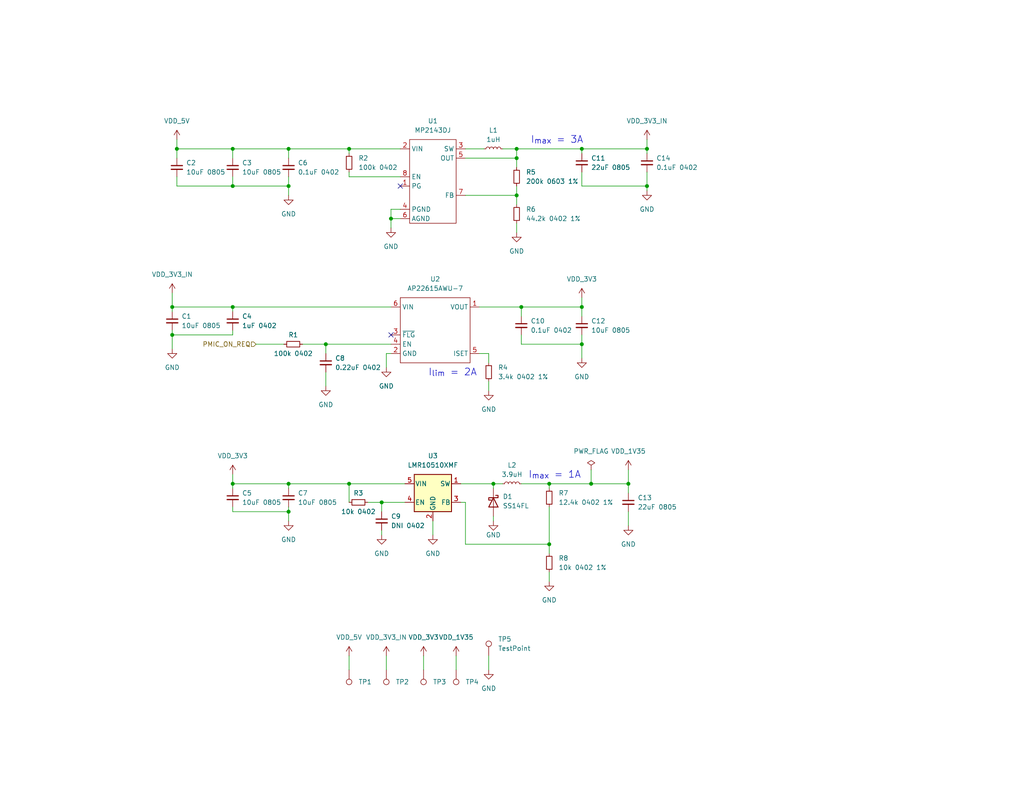
<source format=kicad_sch>
(kicad_sch (version 20230121) (generator eeschema)
  (paper "USLetter")
  (title_block (title "catfood") (date "${date}") (rev "${git_hash}") (company "Ian Kilgore"))
  (lib_symbols
    (symbol "Connector:TestPoint" (pin_numbers hide) (pin_names (offset 0.762) hide)
      (property "Reference" "TP" (at 0 6.858 0))
      (property "Value" "TestPoint" (at 0 5.08 0))
      (symbol "TestPoint_0_1"
        (circle (center 0 3.302) (radius 0.762))
      )
      (symbol "TestPoint_1_1"
        (pin passive line (at 0 0 90) (length 2.54) (name "1") (number "1"))
      )
    )
    (symbol "Device:C_Small" (pin_numbers hide) (pin_names (offset 0.254) hide)
      (property "Reference" "C" (at 0.254 1.778 0))
      (property "Value" "C_Small" (at 0.254 -2.032 0))
      (symbol "C_Small_0_1"
        (polyline (pts (xy -1.524 -0.508) (xy 1.524 -0.508)) (stroke (width 0.3302)))
        (polyline (pts (xy -1.524 0.508) (xy 1.524 0.508)) (stroke (width 0.3048)))
      )
      (symbol "C_Small_1_1"
        (pin passive line (at 0 2.54 270) (length 2.032) (name "~") (number "1"))
        (pin passive line (at 0 -2.54 90) (length 2.032) (name "~") (number "2"))
      )
    )
    (symbol "Device:D_Schottky" (pin_numbers hide) (pin_names (offset 1.016) hide)
      (property "Reference" "D" (at 0 2.54 0))
      (property "Value" "D_Schottky" (at 0 -2.54 0))
      (symbol "D_Schottky_0_1"
        (polyline (pts (xy 1.27 0) (xy -1.27 0)))
        (polyline (pts (xy 1.27 1.27) (xy 1.27 -1.27) (xy -1.27 0) (xy 1.27 1.27)) (stroke (width 0.254)))
        (polyline (pts (xy -1.905 0.635) (xy -1.905 1.27) (xy -1.27 1.27) (xy -1.27 -1.27) (xy -0.635 -1.27) (xy -0.635 -0.635)) (stroke (width 0.254)))
      )
      (symbol "D_Schottky_1_1"
        (pin passive line (at -3.81 0 0) (length 2.54) (name "K") (number "1"))
        (pin passive line (at 3.81 0 180) (length 2.54) (name "A") (number "2"))
      )
    )
    (symbol "Device:L_Small" (pin_numbers hide) (pin_names (offset 0.254) hide)
      (property "Reference" "L" (at 0.762 1.016 0))
      (property "Value" "L_Small" (at 0.762 -1.016 0))
      (symbol "L_Small_0_1"
        (arc (start 0 -2.032) (mid 0.5058 -1.524) (end 0 -1.016))
        (arc (start 0 -1.016) (mid 0.5058 -0.508) (end 0 0))
        (arc (start 0 0) (mid 0.5058 0.508) (end 0 1.016))
        (arc (start 0 1.016) (mid 0.5058 1.524) (end 0 2.032))
      )
      (symbol "L_Small_1_1"
        (pin passive line (at 0 2.54 270) (length 0.508) (name "~") (number "1"))
        (pin passive line (at 0 -2.54 90) (length 0.508) (name "~") (number "2"))
      )
    )
    (symbol "Device:R_Small" (pin_numbers hide) (pin_names (offset 0.254) hide)
      (property "Reference" "R" (at 0.762 0.508 0))
      (property "Value" "R_Small" (at 0.762 -1.016 0))
      (symbol "R_Small_0_1"
        (rectangle (start -0.762 1.778) (end 0.762 -1.778) (stroke (width 0.2032)))
      )
      (symbol "R_Small_1_1"
        (pin passive line (at 0 2.54 270) (length 0.762) (name "~") (number "1"))
        (pin passive line (at 0 -2.54 90) (length 0.762) (name "~") (number "2"))
      )
    )
    (symbol "Regulator_Switching:LMR10510XMF" (pin_names (offset 0.254))
      (property "Reference" "U" (at -5.08 6.35 0))
      (property "Value" "LMR10510XMF" (at 0 6.35 0))
      (symbol "LMR10510XMF_0_1"
        (rectangle (start -5.08 5.08) (end 5.08 -5.08) (stroke (width 0.254)) (fill (type background)))
      )
      (symbol "LMR10510XMF_1_1"
        (pin output line (at 7.62 2.54 180) (length 2.54) (name "SW") (number "1"))
        (pin power_in line (at 0 -7.62 90) (length 2.54) (name "GND") (number "2"))
        (pin input line (at 7.62 -2.54 180) (length 2.54) (name "FB") (number "3"))
        (pin input line (at -7.62 -2.54 0) (length 2.54) (name "EN") (number "4"))
        (pin input line (at -7.62 2.54 0) (length 2.54) (name "VIN") (number "5"))
      )
    )
    (symbol "catfood:AP22615AWU-7"
      (property "Reference" "U" (at -8.89 7.62 0))
      (property "Value" "AP22615AWU-7" (at 8.89 7.62 0))
      (symbol "AP22615AWU-7_0_1"
        (rectangle (start -8.89 6.35) (end 10.16 -11.43))
      )
      (symbol "AP22615AWU-7_1_1"
        (pin power_out line (at 12.7 3.81 180) (length 2.54) (name "VOUT") (number "1"))
        (pin power_in line (at -11.43 -8.89 0) (length 2.54) (name "GND") (number "2"))
        (pin open_collector line (at -11.43 -3.81 0) (length 2.54) (name "~{FLG}") (number "3"))
        (pin input line (at -11.43 -6.35 0) (length 2.54) (name "EN") (number "4"))
        (pin passive line (at 12.7 -8.89 180) (length 2.54) (name "ISET") (number "5"))
        (pin power_in line (at -11.43 3.81 0) (length 2.54) (name "VIN") (number "6"))
      )
    )
    (symbol "catfood:MP2143DJ"
      (property "Reference" "U" (at -6.35 3.81 0))
      (property "Value" "MP2143DJ" (at 3.81 3.81 0))
      (symbol "MP2143DJ_0_1"
        (rectangle (start -6.35 2.54) (end 6.35 -20.32))
      )
      (symbol "MP2143DJ_1_1"
        (pin open_collector line (at -8.89 -10.16 0) (length 2.54) (name "PG") (number "1"))
        (pin power_in line (at -8.89 0 0) (length 2.54) (name "VIN") (number "2"))
        (pin passive line (at 8.89 0 180) (length 2.54) (name "SW") (number "3"))
        (pin power_in line (at -8.89 -16.51 0) (length 2.54) (name "PGND") (number "4"))
        (pin power_out line (at 8.89 -2.54 180) (length 2.54) (name "OUT") (number "5"))
        (pin power_in line (at -8.89 -19.05 0) (length 2.54) (name "AGND") (number "6"))
        (pin passive line (at 8.89 -12.7 180) (length 2.54) (name "FB") (number "7"))
        (pin input line (at -8.89 -7.62 0) (length 2.54) (name "EN") (number "8"))
      )
    )
    (symbol "catfood:VDD_1V35" (power) (pin_names (offset 0))
      (property "Value" "VDD_1V35" (at 0 5.08 0))
      (symbol "VDD_1V35_0_1"
        (polyline (pts (xy -0.762 1.27) (xy 0 2.54)))
        (polyline (pts (xy 0 0) (xy 0 2.54)))
        (polyline (pts (xy 0 2.54) (xy 0.762 1.27)))
      )
      (symbol "VDD_1V35_1_1"
        (pin power_in line (at 0 0 90) (length 0) hide (name "VDD_1V35") (number "1"))
      )
    )
    (symbol "catfood:VDD_3V3" (power) (pin_names (offset 0))
      (property "Value" "VDD_3V3" (at 0 5.08 0))
      (symbol "VDD_3V3_0_1"
        (polyline (pts (xy -0.762 1.27) (xy 0 2.54)))
        (polyline (pts (xy 0 0) (xy 0 2.54)))
        (polyline (pts (xy 0 2.54) (xy 0.762 1.27)))
      )
      (symbol "VDD_3V3_1_1"
        (pin power_in line (at 0 0 90) (length 0) hide (name "VDD_3V3") (number "1"))
      )
    )
    (symbol "catfood:VDD_3V3_IN" (power) (pin_names (offset 0))
      (property "Value" "VDD_3V3_IN" (at 0 5.08 0))
      (symbol "VDD_3V3_IN_0_1"
        (polyline (pts (xy -0.762 1.27) (xy 0 2.54)))
        (polyline (pts (xy 0 0) (xy 0 2.54)))
        (polyline (pts (xy 0 2.54) (xy 0.762 1.27)))
      )
      (symbol "VDD_3V3_IN_1_1"
        (pin power_in line (at 0 0 90) (length 0) hide (name "VDD_3V3_IN") (number "1"))
      )
    )
    (symbol "catfood:VDD_5V" (power) (pin_names (offset 0))
      (property "Value" "VDD_5V" (at 0 5.08 0))
      (symbol "VDD_5V_0_1"
        (polyline (pts (xy -0.762 1.27) (xy 0 2.54)))
        (polyline (pts (xy 0 0) (xy 0 2.54)))
        (polyline (pts (xy 0 2.54) (xy 0.762 1.27)))
      )
      (symbol "VDD_5V_1_1"
        (pin power_in line (at 0 0 90) (length 0) hide (name "VDD_5V") (number "1"))
      )
    )
    (symbol "power:GND" (power) (pin_names (offset 0))
      (property "Value" "GND" (at 0 -3.81 0))
      (symbol "GND_0_1"
        (polyline (pts (xy 0 0) (xy 0 -1.27) (xy 1.27 -1.27) (xy 0 -2.54) (xy -1.27 -1.27) (xy 0 -1.27)))
      )
      (symbol "GND_1_1"
        (pin power_in line (at 0 0 270) (length 0) hide (name "GND") (number "1"))
      )
    )
    (symbol "power:PWR_FLAG" (power) (pin_numbers hide) (pin_names (offset 0) hide)
      (property "Value" "PWR_FLAG" (at 0 3.81 0))
      (symbol "PWR_FLAG_0_0"
        (pin power_out line (at 0 0 90) (length 0) (name "pwr") (number "1"))
      )
      (symbol "PWR_FLAG_0_1"
        (polyline (pts (xy 0 0) (xy 0 1.27) (xy -1.016 1.905) (xy 0 2.54) (xy 1.016 1.905) (xy 0 1.27)))
      )
    )
  )
  (junction (at 95.25 40.64))
  (junction (at 48.26 40.64))
  (junction (at 104.14 137.16))
  (junction (at 171.45 132.08))
  (junction (at 63.5 40.64))
  (junction (at 95.25 132.08))
  (junction (at 106.68 59.69))
  (junction (at 140.97 53.34))
  (junction (at 63.5 83.82))
  (junction (at 78.74 132.08))
  (junction (at 176.53 50.8))
  (junction (at 78.74 50.8))
  (junction (at 140.97 43.18))
  (junction (at 149.86 148.59))
  (junction (at 158.75 83.82))
  (junction (at 149.86 132.08))
  (junction (at 161.29 132.08))
  (junction (at 46.99 91.44))
  (junction (at 158.75 93.98))
  (junction (at 78.74 139.7))
  (junction (at 63.5 132.08))
  (junction (at 142.24 83.82))
  (junction (at 78.74 40.64))
  (junction (at 88.9 93.98))
  (junction (at 158.75 40.64))
  (junction (at 140.97 40.64))
  (junction (at 63.5 50.8))
  (junction (at 134.62 132.08))
  (junction (at 176.53 40.64))
  (junction (at 46.99 83.82))
  (no_connect (at 106.68 91.44))
  (no_connect (at 109.22 50.8))
  (wire (pts (xy 48.26 50.8) (xy 63.5 50.8)))
  (wire (pts (xy 142.24 83.82) (xy 158.75 83.82)))
  (wire (pts (xy 63.5 40.64) (xy 63.5 43.18)))
  (wire (pts (xy 142.24 93.98) (xy 158.75 93.98)))
  (wire (pts (xy 149.86 132.08) (xy 149.86 133.35)))
  (wire (pts (xy 176.53 50.8) (xy 176.53 52.07)))
  (wire (pts (xy 95.25 132.08) (xy 95.25 137.16)))
  (wire (pts (xy 130.81 83.82) (xy 142.24 83.82)))
  (wire (pts (xy 78.74 40.64) (xy 95.25 40.64)))
  (wire (pts (xy 88.9 101.6) (xy 88.9 105.41)))
  (wire (pts (xy 109.22 57.15) (xy 106.68 57.15)))
  (wire (pts (xy 133.35 104.14) (xy 133.35 106.68)))
  (wire (pts (xy 140.97 43.18) (xy 140.97 45.72)))
  (wire (pts (xy 125.73 137.16) (xy 127 137.16)))
  (wire (pts (xy 95.25 132.08) (xy 110.49 132.08)))
  (wire (pts (xy 161.29 132.08) (xy 171.45 132.08)))
  (wire (pts (xy 124.46 179.07) (xy 124.46 182.88)))
  (wire (pts (xy 134.62 132.08) (xy 137.16 132.08)))
  (wire (pts (xy 95.25 40.64) (xy 95.25 41.91)))
  (wire (pts (xy 88.9 93.98) (xy 88.9 96.52)))
  (wire (pts (xy 95.25 40.64) (xy 109.22 40.64)))
  (wire (pts (xy 63.5 83.82) (xy 63.5 85.09)))
  (wire (pts (xy 78.74 40.64) (xy 78.74 43.18)))
  (wire (pts (xy 176.53 40.64) (xy 176.53 41.91)))
  (wire (pts (xy 158.75 81.28) (xy 158.75 83.82)))
  (wire (pts (xy 46.99 80.01) (xy 46.99 83.82)))
  (wire (pts (xy 158.75 40.64) (xy 158.75 41.91)))
  (wire (pts (xy 115.57 179.07) (xy 115.57 182.88)))
  (wire (pts (xy 158.75 40.64) (xy 176.53 40.64)))
  (wire (pts (xy 63.5 50.8) (xy 78.74 50.8)))
  (wire (pts (xy 82.55 93.98) (xy 88.9 93.98)))
  (wire (pts (xy 104.14 144.78) (xy 104.14 146.05)))
  (wire (pts (xy 158.75 93.98) (xy 158.75 91.44)))
  (wire (pts (xy 176.53 38.1) (xy 176.53 40.64)))
  (wire (pts (xy 171.45 132.08) (xy 171.45 134.62)))
  (wire (pts (xy 127 137.16) (xy 127 148.59)))
  (wire (pts (xy 78.74 139.7) (xy 78.74 142.24)))
  (wire (pts (xy 133.35 96.52) (xy 133.35 99.06)))
  (wire (pts (xy 63.5 83.82) (xy 106.68 83.82)))
  (wire (pts (xy 140.97 53.34) (xy 140.97 55.88)))
  (wire (pts (xy 158.75 46.99) (xy 158.75 50.8)))
  (wire (pts (xy 118.11 142.24) (xy 118.11 146.05)))
  (wire (pts (xy 106.68 93.98) (xy 88.9 93.98)))
  (wire (pts (xy 149.86 138.43) (xy 149.86 148.59)))
  (wire (pts (xy 161.29 128.27) (xy 161.29 132.08)))
  (wire (pts (xy 134.62 132.08) (xy 134.62 133.35)))
  (wire (pts (xy 171.45 128.27) (xy 171.45 132.08)))
  (wire (pts (xy 142.24 132.08) (xy 149.86 132.08)))
  (wire (pts (xy 48.26 38.1) (xy 48.26 40.64)))
  (wire (pts (xy 137.16 40.64) (xy 140.97 40.64)))
  (wire (pts (xy 63.5 132.08) (xy 63.5 133.35)))
  (wire (pts (xy 142.24 83.82) (xy 142.24 86.36)))
  (wire (pts (xy 69.85 93.98) (xy 77.47 93.98)))
  (wire (pts (xy 78.74 132.08) (xy 95.25 132.08)))
  (wire (pts (xy 133.35 179.07) (xy 133.35 182.88)))
  (wire (pts (xy 104.14 137.16) (xy 104.14 139.7)))
  (wire (pts (xy 95.25 46.99) (xy 95.25 48.26)))
  (wire (pts (xy 142.24 91.44) (xy 142.24 93.98)))
  (wire (pts (xy 46.99 83.82) (xy 63.5 83.82)))
  (wire (pts (xy 63.5 90.17) (xy 63.5 91.44)))
  (wire (pts (xy 104.14 137.16) (xy 110.49 137.16)))
  (wire (pts (xy 48.26 40.64) (xy 63.5 40.64)))
  (wire (pts (xy 78.74 50.8) (xy 78.74 53.34)))
  (wire (pts (xy 127 53.34) (xy 140.97 53.34)))
  (wire (pts (xy 63.5 132.08) (xy 78.74 132.08)))
  (wire (pts (xy 158.75 50.8) (xy 176.53 50.8)))
  (wire (pts (xy 95.25 179.07) (xy 95.25 182.88)))
  (wire (pts (xy 48.26 40.64) (xy 48.26 43.18)))
  (wire (pts (xy 106.68 59.69) (xy 106.68 62.23)))
  (wire (pts (xy 63.5 129.54) (xy 63.5 132.08)))
  (wire (pts (xy 125.73 132.08) (xy 134.62 132.08)))
  (wire (pts (xy 149.86 148.59) (xy 149.86 151.13)))
  (wire (pts (xy 46.99 90.17) (xy 46.99 91.44)))
  (wire (pts (xy 63.5 40.64) (xy 78.74 40.64)))
  (wire (pts (xy 78.74 138.43) (xy 78.74 139.7)))
  (wire (pts (xy 105.41 96.52) (xy 105.41 100.33)))
  (wire (pts (xy 158.75 83.82) (xy 158.75 86.36)))
  (wire (pts (xy 140.97 40.64) (xy 140.97 43.18)))
  (wire (pts (xy 176.53 46.99) (xy 176.53 50.8)))
  (wire (pts (xy 127 148.59) (xy 149.86 148.59)))
  (wire (pts (xy 63.5 138.43) (xy 63.5 139.7)))
  (wire (pts (xy 105.41 179.07) (xy 105.41 182.88)))
  (wire (pts (xy 48.26 48.26) (xy 48.26 50.8)))
  (wire (pts (xy 95.25 48.26) (xy 109.22 48.26)))
  (wire (pts (xy 46.99 91.44) (xy 63.5 91.44)))
  (wire (pts (xy 63.5 48.26) (xy 63.5 50.8)))
  (wire (pts (xy 158.75 93.98) (xy 158.75 97.79)))
  (wire (pts (xy 78.74 139.7) (xy 63.5 139.7)))
  (wire (pts (xy 140.97 50.8) (xy 140.97 53.34)))
  (wire (pts (xy 134.62 140.97) (xy 134.62 142.24)))
  (wire (pts (xy 171.45 139.7) (xy 171.45 143.51)))
  (wire (pts (xy 149.86 132.08) (xy 161.29 132.08)))
  (wire (pts (xy 127 40.64) (xy 132.08 40.64)))
  (wire (pts (xy 140.97 60.96) (xy 140.97 63.5)))
  (wire (pts (xy 46.99 91.44) (xy 46.99 95.25)))
  (wire (pts (xy 78.74 132.08) (xy 78.74 133.35)))
  (wire (pts (xy 78.74 48.26) (xy 78.74 50.8)))
  (wire (pts (xy 106.68 59.69) (xy 109.22 59.69)))
  (wire (pts (xy 149.86 156.21) (xy 149.86 158.75)))
  (wire (pts (xy 140.97 40.64) (xy 158.75 40.64)))
  (wire (pts (xy 130.81 96.52) (xy 133.35 96.52)))
  (wire (pts (xy 127 43.18) (xy 140.97 43.18)))
  (wire (pts (xy 106.68 96.52) (xy 105.41 96.52)))
  (wire (pts (xy 106.68 57.15) (xy 106.68 59.69)))
  (wire (pts (xy 100.33 137.16) (xy 104.14 137.16)))
  (wire (pts (xy 46.99 83.82) (xy 46.99 85.09)))
  (text "I_{max} = 1A" (at 144.145 130.81 0) (effects (font (size 1.9 1.9)) (justify left bottom)))
  (text "I_{max} = 3A" (at 144.78 39.37 0) (effects (font (size 1.9 1.9)) (justify left bottom)))
  (text "I_{lim} = 2A" (at 116.84 102.87 0) (effects (font (size 1.9 1.9)) (justify left bottom)))
  (hierarchical_label "PMIC_ON_REQ" (shape input) (at 69.85 93.98 180))
  (symbol (lib_id "catfood:VDD_5V") (at 95.25 179.07 0) (unit 1)
    (property "Reference" "#PWR012" (effects hide))
    (property "Value" "VDD_5V" (at 95.25 173.99 0))
  )
  (symbol (lib_id "catfood:VDD_1V35") (at 124.46 179.07 0) (unit 1)
    (property "Reference" "#PWR019" (effects hide))
    (property "Value" "VDD_1V35" (at 124.46 173.99 0))
  )
  (symbol (lib_id "Device:L_Small") (at 139.7 132.08 90) (unit 1)
    (property "Reference" "L2" (at 139.7 127 90))
    (property "Value" "3.9uH" (at 139.7 129.54 90))
    (property "Manufacturer" "Murata Electronics" (effects hide))
    (property "MfgPartNo" "1255AY-3R9N=P3" (effects hide))
    (property "Vendor" "Digi-Key" (effects hide))
    (property "VendorPartNo" "490-14062-1-ND" (effects hide))
  )
  (symbol (lib_id "Device:R_Small") (at 140.97 58.42 0) (unit 1)
    (property "Reference" "R6" (at 143.51 57.1499 0) (effects (justify left)))
    (property "Value" "44.2k 0402 1%" (at 143.51 59.6899 0) (effects (justify left)))
    (property "Footprint" "Resistor_SMD:R_0402_1005Metric" (effects hide))
    (property "Manufacturer" "Vishay Dale" (effects hide))
    (property "MfgPartNo" "CRCW040244K2FKEDC" (effects hide))
    (property "Vendor" "Digi-Key" (effects hide))
    (property "VendorPartNo" "541-4106-1-ND" (effects hide))
  )
  (symbol (lib_id "power:GND") (at 134.62 142.24 0) (unit 1)
    (property "Reference" "#PWR022" (effects hide))
    (property "Value" "GND" (at 134.62 146.05 0))
  )
  (symbol (lib_id "Device:C_Small") (at 176.53 44.45 0) (unit 1)
    (property "Reference" "C14" (at 179.07 43.1862 0) (effects (justify left)))
    (property "Value" "0.1uF 0402" (at 179.07 45.7262 0) (effects (justify left)))
    (property "Footprint" "Capacitor_SMD:C_0402_1005Metric" (effects hide))
    (property "Manufacturer" "Murata Electronics" (effects hide))
    (property "MfgPartNo" "GRM155R71H104KE14D" (effects hide))
    (property "Vendor" "Digi-Key" (effects hide))
    (property "VendorPartNo" "490-10700-1-ND" (effects hide))
  )
  (symbol (lib_id "catfood:VDD_1V35") (at 171.45 128.27 0) (unit 1)
    (property "Reference" "#PWR027" (effects hide))
    (property "Value" "VDD_1V35" (at 171.45 123.19 0))
  )
  (symbol (lib_id "power:GND") (at 176.53 52.07 0) (unit 1)
    (property "Reference" "#PWR030" (effects hide))
    (property "Value" "GND" (at 176.53 57.15 0))
  )
  (symbol (lib_id "Connector:TestPoint") (at 95.25 182.88 180) (unit 1)
    (property "Reference" "TP1" (at 97.79 186.1819 0) (effects (justify right)))
    (property "Value" "TestPoint" (effects hide))
    (property "Footprint" "TestPoint:TestPoint_Pad_D1.5mm" (effects hide))
    (property "Manufacturer" "N/A" (effects hide))
    (property "MfgPartNo" "N/A" (effects hide))
    (property "Vendor" "N/A" (effects hide))
    (property "VendorPartNo" "N/A" (effects hide))
  )
  (symbol (lib_id "Device:R_Small") (at 140.97 48.26 0) (unit 1)
    (property "Reference" "R5" (at 143.51 46.9899 0) (effects (justify left)))
    (property "Value" "200k 0603 1%" (at 143.51 49.5299 0) (effects (justify left)))
    (property "Footprint" "Resistor_SMD:R_0603_1608Metric" (effects hide))
    (property "Manufacturer" "YAGEO" (effects hide))
    (property "MfgPartNo" "RC0402FR-07200KL" (effects hide))
    (property "Vendor" "Digi-Key" (effects hide))
    (property "VendorPartNo" "311-200KLRCT-ND" (effects hide))
  )
  (symbol (lib_id "Device:C_Small") (at 46.99 87.63 0) (unit 1)
    (property "Reference" "C1" (at 49.53 86.3662 0) (effects (justify left)))
    (property "Value" "10uF 0805" (at 49.53 88.9062 0) (effects (justify left)))
    (property "Footprint" "Capacitor_SMD:C_0805_2012Metric" (effects hide))
    (property "Manufacturer" "Samsung Electro-Mechanics" (effects hide))
    (property "MfgPartNo" "CL21A106KPFNNNG" (effects hide))
    (property "Vendor" "Digi-Key" (effects hide))
    (property "VendorPartNo" "1276-6456-1-ND" (effects hide))
  )
  (symbol (lib_id "Device:C_Small") (at 78.74 135.89 0) (unit 1)
    (property "Reference" "C7" (at 81.28 134.6262 0) (effects (justify left)))
    (property "Value" "10uF 0805" (at 81.28 137.1662 0) (effects (justify left)))
    (property "Footprint" "Capacitor_SMD:C_0805_2012Metric" (effects hide))
    (property "Manufacturer" "Samsung Electro-Mechanics" (effects hide))
    (property "MfgPartNo" "CL21A106KPFNNNG" (effects hide))
    (property "Vendor" "Digi-Key" (effects hide))
    (property "VendorPartNo" "1276-6456-1-ND" (effects hide))
  )
  (symbol (lib_id "catfood:AP22615AWU-7") (at 118.11 87.63 0) (unit 1)
    (property "Reference" "U2" (at 118.745 76.2 0))
    (property "Value" "AP22615AWU-7" (at 118.745 78.74 0))
    (property "Manufacturer" "Diodes Incorporated" (effects hide))
    (property "MfgPartNo" "AP22615AWU-7" (effects hide))
    (property "Vendor" "Digi-Key" (effects hide))
    (property "VendorPartNo" "AP22615AWU-7DICT-ND" (effects hide))
  )
  (symbol (lib_id "Device:C_Small") (at 158.75 88.9 0) (unit 1)
    (property "Reference" "C12" (at 161.29 87.6362 0) (effects (justify left)))
    (property "Value" "10uF 0805" (at 161.29 90.1762 0) (effects (justify left)))
    (property "Footprint" "Capacitor_SMD:C_0805_2012Metric" (effects hide))
    (property "Manufacturer" "Samsung Electro-Mechanics" (effects hide))
    (property "MfgPartNo" "CL21A106KPFNNNG" (effects hide))
    (property "Vendor" "Digi-Key" (effects hide))
    (property "VendorPartNo" "1276-6456-1-ND" (effects hide))
  )
  (symbol (lib_id "Device:C_Small") (at 48.26 45.72 0) (unit 1)
    (property "Reference" "C2" (at 50.8 44.4562 0) (effects (justify left)))
    (property "Value" "10uF 0805" (at 50.8 46.9962 0) (effects (justify left)))
    (property "Footprint" "Capacitor_SMD:C_0805_2012Metric" (effects hide))
    (property "Manufacturer" "Samsung Electro-Mechanics" (effects hide))
    (property "MfgPartNo" "CL21A106KPFNNNG" (effects hide))
    (property "Vendor" "Digi-Key" (effects hide))
    (property "VendorPartNo" "1276-6456-1-ND" (effects hide))
  )
  (symbol (lib_id "power:GND") (at 158.75 97.79 0) (unit 1)
    (property "Reference" "#PWR026" (effects hide))
    (property "Value" "GND" (at 158.75 102.87 0))
  )
  (symbol (lib_id "catfood:VDD_3V3_IN") (at 105.41 179.07 0) (unit 1)
    (property "Reference" "#PWR015" (effects hide))
    (property "Value" "VDD_3V3_IN" (at 105.41 173.99 0))
  )
  (symbol (lib_id "power:GND") (at 133.35 182.88 0) (unit 1)
    (property "Reference" "#PWR021" (effects hide))
    (property "Value" "GND" (at 133.35 187.96 0))
  )
  (symbol (lib_id "catfood:VDD_3V3") (at 115.57 179.07 0) (unit 1)
    (property "Reference" "#PWR017" (effects hide))
    (property "Value" "VDD_3V3" (at 115.57 173.99 0))
  )
  (symbol (lib_id "Device:R_Small") (at 80.01 93.98 90) (unit 1)
    (property "Reference" "R1" (at 80.01 91.44 90))
    (property "Value" "100k 0402" (at 80.01 96.52 90))
    (property "Footprint" "Resistor_SMD:R_0402_1005Metric" (effects hide))
    (property "Manufacturer" "YAGEO" (effects hide))
    (property "MfgPartNo" "RC0402FR-07100KL" (effects hide))
    (property "Vendor" "Digi-Key" (effects hide))
    (property "VendorPartNo" "311-100KLRCT-ND" (effects hide))
  )
  (symbol (lib_id "Device:C_Small") (at 63.5 87.63 0) (unit 1)
    (property "Reference" "C4" (at 66.04 86.3662 0) (effects (justify left)))
    (property "Value" "1uF 0402" (at 66.04 88.9062 0) (effects (justify left)))
    (property "Footprint" "Capacitor_SMD:C_0402_1005Metric" (effects hide))
    (property "Manufacturer" "TDK Corporation" (effects hide))
    (property "MfgPartNo" "CGB2A1X5R1E105K033BC" (effects hide))
    (property "Vendor" "Digi-Key" (effects hide))
    (property "VendorPartNo" "445-13185-1-ND" (effects hide))
  )
  (symbol (lib_id "Regulator_Switching:LMR10510XMF") (at 118.11 134.62 0) (unit 1)
    (property "Reference" "U3" (at 118.11 124.46 0))
    (property "Value" "LMR10510XMF" (at 118.11 127 0))
    (property "Manufacturer" "Texas Instruments" (effects hide))
    (property "MfgPartNo" "LMR10510XMF/NOPB" (effects hide))
    (property "Vendor" "Digi-Key" (effects hide))
    (property "VendorPartNo" "296-38159-1-ND" (effects hide))
  )
  (symbol (lib_id "Device:C_Small") (at 63.5 45.72 0) (unit 1)
    (property "Reference" "C3" (at 66.04 44.4562 0) (effects (justify left)))
    (property "Value" "10uF 0805" (at 66.04 46.9962 0) (effects (justify left)))
    (property "Footprint" "Capacitor_SMD:C_0805_2012Metric" (effects hide))
    (property "Manufacturer" "Samsung Electro-Mechanics" (effects hide))
    (property "MfgPartNo" "CL21A106KPFNNNG" (effects hide))
    (property "Vendor" "Digi-Key" (effects hide))
    (property "VendorPartNo" "1276-6456-1-ND" (effects hide))
  )
  (symbol (lib_id "catfood:VDD_3V3") (at 158.75 81.28 0) (unit 1)
    (property "Reference" "#PWR025" (effects hide))
    (property "Value" "VDD_3V3" (at 158.75 76.2 0))
  )
  (symbol (lib_id "power:GND") (at 46.99 95.25 0) (unit 1)
    (property "Reference" "#PWR06" (effects hide))
    (property "Value" "GND" (at 46.99 100.33 0))
  )
  (symbol (lib_id "power:GND") (at 78.74 142.24 0) (unit 1)
    (property "Reference" "#PWR010" (effects hide))
    (property "Value" "GND" (at 78.74 147.32 0))
  )
  (symbol (lib_id "power:GND") (at 88.9 105.41 0) (unit 1)
    (property "Reference" "#PWR011" (effects hide))
    (property "Value" "GND" (at 88.9 110.49 0))
  )
  (symbol (lib_id "power:GND") (at 78.74 53.34 0) (unit 1)
    (property "Reference" "#PWR09" (effects hide))
    (property "Value" "GND" (at 78.74 58.42 0))
  )
  (symbol (lib_id "Connector:TestPoint") (at 115.57 182.88 180) (unit 1)
    (property "Reference" "TP3" (at 118.11 186.1819 0) (effects (justify right)))
    (property "Value" "TestPoint" (effects hide))
    (property "Footprint" "TestPoint:TestPoint_Pad_D1.5mm" (effects hide))
    (property "Manufacturer" "N/A" (effects hide))
    (property "MfgPartNo" "N/A" (effects hide))
    (property "Vendor" "N/A" (effects hide))
    (property "VendorPartNo" "N/A" (effects hide))
  )
  (symbol (lib_id "catfood:VDD_3V3_IN") (at 176.53 38.1 0) (unit 1)
    (property "Reference" "#PWR029" (effects hide))
    (property "Value" "VDD_3V3_IN" (at 176.53 33.02 0))
  )
  (symbol (lib_id "Device:L_Small") (at 134.62 40.64 90) (unit 1)
    (property "Reference" "L1" (at 134.62 35.56 90))
    (property "Value" "1uH" (at 134.62 38.1 90))
    (property "Manufacturer" "Wurth" (effects hide))
    (property "MfgPartNo" "74438336010" (effects hide))
    (property "Vendor" "Digi-Key" (effects hide))
    (property "VendorPartNo" "732-5693-1-ND" (effects hide))
  )
  (symbol (lib_id "Device:R_Small") (at 149.86 153.67 0) (unit 1)
    (property "Reference" "R8" (at 152.4 152.3999 0) (effects (justify left)))
    (property "Value" "10k 0402 1%" (at 152.4 154.9399 0) (effects (justify left)))
    (property "Footprint" "Resistor_SMD:R_0402_1005Metric" (effects hide))
    (property "Manufacturer" "YAGEO" (effects hide))
    (property "MfgPartNo" "RC0402FR-0710KP" (effects hide))
    (property "Vendor" "Digi-Key" (effects hide))
    (property "VendorPartNo" "YAG1249CT-ND" (effects hide))
  )
  (symbol (lib_id "Device:C_Small") (at 104.14 142.24 0) (unit 1)
    (property "Reference" "C9" (at 106.68 140.9762 0) (effects (justify left)))
    (property "Value" "DNI 0402" (at 106.68 143.5162 0) (effects (justify left)))
    (property "Footprint" "Capacitor_SMD:C_0402_1005Metric" (effects hide))
    (property "Manufacturer" "N/A" (effects hide))
    (property "MfgPartNo" "N/A" (effects hide))
    (property "Vendor" "N/A" (effects hide))
    (property "VendorPartNo" "N/A" (effects hide))
  )
  (symbol (lib_id "power:GND") (at 106.68 62.23 0) (unit 1)
    (property "Reference" "#PWR016" (effects hide))
    (property "Value" "GND" (at 106.68 67.31 0))
  )
  (symbol (lib_id "power:GND") (at 149.86 158.75 0) (unit 1)
    (property "Reference" "#PWR024" (effects hide))
    (property "Value" "GND" (at 149.86 163.83 0))
  )
  (symbol (lib_id "Device:R_Small") (at 149.86 135.89 0) (unit 1)
    (property "Reference" "R7" (at 152.4 134.6199 0) (effects (justify left)))
    (property "Value" "12.4k 0402 1%" (at 152.4 137.1599 0) (effects (justify left)))
    (property "Footprint" "Resistor_SMD:R_0402_1005Metric" (effects hide))
    (property "Manufacturer" "YAGEO" (effects hide))
    (property "MfgPartNo" "RC0402FR-0712K4L" (effects hide))
    (property "Vendor" "Digi-Key" (effects hide))
    (property "VendorPartNo" "311-12.4KLRCT-ND" (effects hide))
  )
  (symbol (lib_id "Device:C_Small") (at 78.74 45.72 0) (unit 1)
    (property "Reference" "C6" (at 81.28 44.4562 0) (effects (justify left)))
    (property "Value" "0.1uF 0402" (at 81.28 46.9962 0) (effects (justify left)))
    (property "Footprint" "Capacitor_SMD:C_0402_1005Metric" (effects hide))
    (property "Manufacturer" "Murata Electronics" (effects hide))
    (property "MfgPartNo" "GRM155R71H104KE14D" (effects hide))
    (property "Vendor" "Digi-Key" (effects hide))
    (property "VendorPartNo" "490-10700-1-ND" (effects hide))
  )
  (symbol (lib_id "Device:R_Small") (at 97.79 137.16 90) (unit 1)
    (property "Reference" "R3" (at 97.79 134.62 90))
    (property "Value" "10k 0402" (at 97.79 139.7 90))
    (property "Footprint" "Resistor_SMD:R_0402_1005Metric" (effects hide))
    (property "Manufacturer" "YAGEO" (effects hide))
    (property "MfgPartNo" "RC0402JR-0710KL" (effects hide))
    (property "Vendor" "Digi-Key" (effects hide))
    (property "VendorPartNo" "311-10KJRCT-ND" (effects hide))
  )
  (symbol (lib_id "Device:D_Schottky") (at 134.62 137.16 270) (unit 1)
    (property "Reference" "D1" (at 137.16 135.5724 90) (effects (justify left)))
    (property "Value" "SS14FL" (at 137.16 138.1124 90) (effects (justify left)))
    (property "Manufacturer" "SMC Diode Solutions" (effects hide))
    (property "MfgPartNo" "1N5819W" (effects hide))
    (property "Vendor" "Digi-Key" (effects hide))
    (property "VendorPartNo" "1655-1N5819WCT-ND" (effects hide))
  )
  (symbol (lib_id "Device:C_Small") (at 88.9 99.06 0) (unit 1)
    (property "Reference" "C8" (at 91.44 97.7962 0) (effects (justify left)))
    (property "Value" "0.22uF 0402" (at 91.44 100.3362 0) (effects (justify left)))
    (property "Footprint" "Capacitor_SMD:C_0402_1005Metric" (effects hide))
    (property "Manufacturer" "Samsung Electro-Mechanics" (effects hide))
    (property "MfgPartNo" "CL05A224KQ5NNNC" (effects hide))
    (property "Vendor" "Digi-Key" (effects hide))
    (property "VendorPartNo" "1276-1124-1-ND" (effects hide))
  )
  (symbol (lib_id "power:GND") (at 171.45 143.51 0) (unit 1)
    (property "Reference" "#PWR028" (effects hide))
    (property "Value" "GND" (at 171.45 148.59 0))
  )
  (symbol (lib_id "Device:C_Small") (at 158.75 44.45 0) (unit 1)
    (property "Reference" "C11" (at 161.29 43.1862 0) (effects (justify left)))
    (property "Value" "22uF 0805" (at 161.29 45.7262 0) (effects (justify left)))
    (property "Footprint" "Capacitor_SMD:C_0805_2012Metric" (effects hide))
    (property "Manufacturer" "Murata Electronics" (effects hide))
    (property "MfgPartNo" "GRM21BR61A226ME51L" (effects hide))
    (property "Vendor" "Digi-Key" (effects hide))
    (property "VendorPartNo" "490-10511-1-ND" (effects hide))
  )
  (symbol (lib_id "Connector:TestPoint") (at 124.46 182.88 180) (unit 1)
    (property "Reference" "TP4" (at 127 186.1819 0) (effects (justify right)))
    (property "Value" "TestPoint" (effects hide))
    (property "Footprint" "TestPoint:TestPoint_Pad_D1.5mm" (effects hide))
    (property "Manufacturer" "N/A" (effects hide))
    (property "MfgPartNo" "N/A" (effects hide))
    (property "Vendor" "N/A" (effects hide))
    (property "VendorPartNo" "N/A" (effects hide))
  )
  (symbol (lib_id "power:GND") (at 118.11 146.05 0) (unit 1)
    (property "Reference" "#PWR018" (effects hide))
    (property "Value" "GND" (at 118.11 151.13 0))
  )
  (symbol (lib_id "Device:C_Small") (at 171.45 137.16 0) (unit 1)
    (property "Reference" "C13" (at 173.99 135.8962 0) (effects (justify left)))
    (property "Value" "22uF 0805" (at 173.99 138.4362 0) (effects (justify left)))
    (property "Footprint" "Capacitor_SMD:C_0805_2012Metric" (effects hide))
    (property "Manufacturer" "Murata Electronics" (effects hide))
    (property "MfgPartNo" "GRM21BR61A226ME51L" (effects hide))
    (property "Vendor" "Digi-Key" (effects hide))
    (property "VendorPartNo" "490-10511-1-ND" (effects hide))
  )
  (symbol (lib_id "catfood:VDD_3V3") (at 63.5 129.54 0) (unit 1)
    (property "Reference" "#PWR08" (effects hide))
    (property "Value" "VDD_3V3" (at 63.5 124.46 0))
  )
  (symbol (lib_id "Device:C_Small") (at 63.5 135.89 0) (unit 1)
    (property "Reference" "C5" (at 66.04 134.6262 0) (effects (justify left)))
    (property "Value" "10uF 0805" (at 66.04 137.1662 0) (effects (justify left)))
    (property "Footprint" "Capacitor_SMD:C_0805_2012Metric" (effects hide))
    (property "Manufacturer" "Samsung Electro-Mechanics" (effects hide))
    (property "MfgPartNo" "CL21A106KPFNNNG" (effects hide))
    (property "Vendor" "Digi-Key" (effects hide))
    (property "VendorPartNo" "1276-6456-1-ND" (effects hide))
  )
  (symbol (lib_id "catfood:MP2143DJ") (at 118.11 40.64 0) (unit 1)
    (property "Reference" "U1" (at 118.11 33.02 0))
    (property "Value" "MP2143DJ" (at 118.11 35.56 0))
    (property "Manufacturer" "Monolithic Power Systems" (effects hide))
    (property "MfgPartNo" "MP2143DJ-LF-Z" (effects hide))
    (property "Vendor" "Digi-Key" (effects hide))
    (property "VendorPartNo" "1589-1874-1-ND" (effects hide))
  )
  (symbol (lib_id "Connector:TestPoint") (at 133.35 179.07 0) (unit 1)
    (property "Reference" "TP5" (at 135.89 174.4979 0) (effects (justify left)))
    (property "Value" "TestPoint" (at 135.89 177.0379 0) (effects (justify left)))
    (property "Footprint" "TestPoint:TestPoint_Pad_D1.5mm" (effects hide))
    (property "Manufacturer" "N/A" (effects hide))
    (property "MfgPartNo" "N/A" (effects hide))
    (property "Vendor" "N/A" (effects hide))
    (property "VendorPartNo" "N/A" (effects hide))
  )
  (symbol (lib_id "power:GND") (at 104.14 146.05 0) (unit 1)
    (property "Reference" "#PWR013" (effects hide))
    (property "Value" "GND" (at 104.14 151.13 0))
  )
  (symbol (lib_id "Device:R_Small") (at 95.25 44.45 0) (unit 1)
    (property "Reference" "R2" (at 97.79 43.1799 0) (effects (justify left)))
    (property "Value" "100k 0402" (at 97.79 45.7199 0) (effects (justify left)))
    (property "Footprint" "Resistor_SMD:R_0402_1005Metric" (effects hide))
    (property "Manufacturer" "YAGEO" (effects hide))
    (property "MfgPartNo" "RC0402FR-07100KL" (effects hide))
    (property "Vendor" "Digi-Key" (effects hide))
    (property "VendorPartNo" "311-100KLRCT-ND" (effects hide))
  )
  (symbol (lib_id "Device:R_Small") (at 133.35 101.6 0) (unit 1)
    (property "Reference" "R4" (at 135.89 100.3299 0) (effects (justify left)))
    (property "Value" "3.4k 0402 1%" (at 135.89 102.8699 0) (effects (justify left)))
    (property "Footprint" "Resistor_SMD:R_0402_1005Metric" (effects hide))
    (property "Manufacturer" "Panasonic Electronic" (effects hide))
    (property "MfgPartNo" "ERJ-2RKF3401X" (effects hide))
    (property "Vendor" "Digi-Key" (effects hide))
    (property "VendorPartNo" "P3.40KLCT-ND" (effects hide))
  )
  (symbol (lib_id "Device:C_Small") (at 142.24 88.9 0) (unit 1)
    (property "Reference" "C10" (at 144.78 87.6362 0) (effects (justify left)))
    (property "Value" "0.1uF 0402" (at 144.78 90.1762 0) (effects (justify left)))
    (property "Footprint" "Capacitor_SMD:C_0402_1005Metric" (effects hide))
    (property "Manufacturer" "Murata Electronics" (effects hide))
    (property "MfgPartNo" "GRM155R71H104KE14D" (effects hide))
    (property "Vendor" "Digi-Key" (effects hide))
    (property "VendorPartNo" "490-10700-1-ND" (effects hide))
  )
  (symbol (lib_id "power:PWR_FLAG") (at 161.29 128.27 0) (unit 1)
    (property "Reference" "#FLG04" (effects hide))
    (property "Value" "PWR_FLAG" (at 161.29 123.19 0))
  )
  (symbol (lib_id "power:GND") (at 105.41 100.33 0) (unit 1)
    (property "Reference" "#PWR014" (effects hide))
    (property "Value" "GND" (at 105.41 105.41 0))
  )
  (symbol (lib_id "power:GND") (at 140.97 63.5 0) (unit 1)
    (property "Reference" "#PWR023" (effects hide))
    (property "Value" "GND" (at 140.97 68.58 0))
  )
  (symbol (lib_id "catfood:VDD_3V3_IN") (at 46.99 80.01 0) (unit 1)
    (property "Reference" "#PWR05" (effects hide))
    (property "Value" "VDD_3V3_IN" (at 46.99 74.93 0))
  )
  (symbol (lib_id "Connector:TestPoint") (at 105.41 182.88 180) (unit 1)
    (property "Reference" "TP2" (at 107.95 186.1819 0) (effects (justify right)))
    (property "Value" "TestPoint" (effects hide))
    (property "Footprint" "TestPoint:TestPoint_Pad_D1.5mm" (effects hide))
    (property "Manufacturer" "N/A" (effects hide))
    (property "MfgPartNo" "N/A" (effects hide))
    (property "Vendor" "N/A" (effects hide))
    (property "VendorPartNo" "N/A" (effects hide))
  )
  (symbol (lib_id "power:GND") (at 133.35 106.68 0) (unit 1)
    (property "Reference" "#PWR020" (effects hide))
    (property "Value" "GND" (at 133.35 111.76 0))
  )
  (symbol (lib_id "catfood:VDD_5V") (at 48.26 38.1 0) (unit 1)
    (property "Reference" "#PWR07" (effects hide))
    (property "Value" "VDD_5V" (at 48.26 33.02 0))
  )
)
</source>
